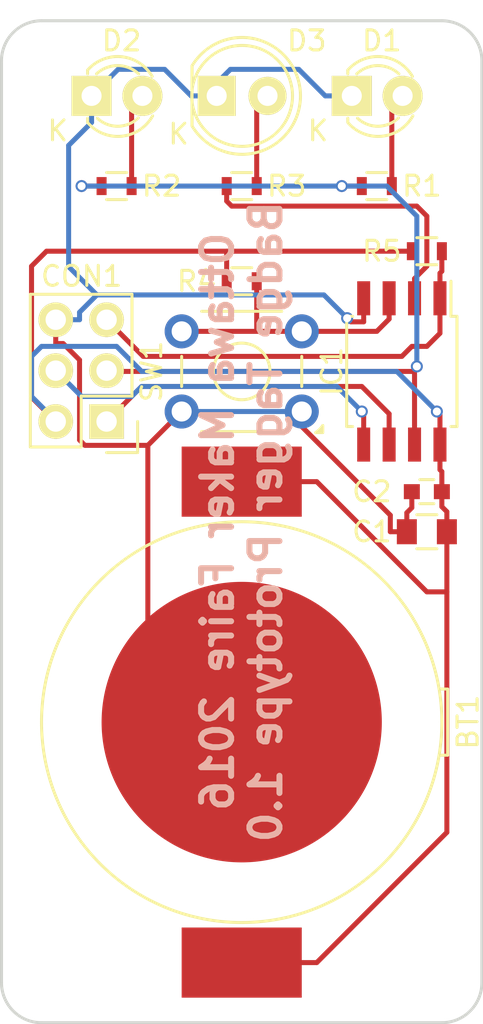
<source format=kicad_pcb>
(kicad_pcb (version 20171130) (host pcbnew "(5.1.12)-1")

  (general
    (thickness 1.6)
    (drawings 9)
    (tracks 123)
    (zones 0)
    (modules 14)
    (nets 12)
  )

  (page USLetter)
  (layers
    (0 F.Cu signal)
    (31 B.Cu signal)
    (32 B.Adhes user hide)
    (33 F.Adhes user hide)
    (34 B.Paste user hide)
    (35 F.Paste user hide)
    (36 B.SilkS user)
    (37 F.SilkS user hide)
    (38 B.Mask user)
    (39 F.Mask user)
    (40 Dwgs.User user)
    (41 Cmts.User user)
    (42 Eco1.User user)
    (43 Eco2.User user)
    (44 Edge.Cuts user)
    (45 Margin user)
    (46 B.CrtYd user)
    (47 F.CrtYd user)
    (48 B.Fab user)
    (49 F.Fab user)
  )

  (setup
    (last_trace_width 0.25)
    (trace_clearance 0.2)
    (zone_clearance 0.2038)
    (zone_45_only no)
    (trace_min 0.2)
    (via_size 0.6)
    (via_drill 0.4)
    (via_min_size 0.4)
    (via_min_drill 0.3)
    (uvia_size 0.3)
    (uvia_drill 0.1)
    (uvias_allowed no)
    (uvia_min_size 0.2)
    (uvia_min_drill 0.1)
    (edge_width 0.15)
    (segment_width 0.2)
    (pcb_text_width 0.3)
    (pcb_text_size 1.5 1.5)
    (mod_edge_width 0.15)
    (mod_text_size 1 1)
    (mod_text_width 0.15)
    (pad_size 1.524 1.524)
    (pad_drill 0.762)
    (pad_to_mask_clearance 0.15)
    (aux_axis_origin 0 0)
    (visible_elements 7FFFFFFF)
    (pcbplotparams
      (layerselection 0x010f8_80000001)
      (usegerberextensions true)
      (usegerberattributes true)
      (usegerberadvancedattributes true)
      (creategerberjobfile true)
      (excludeedgelayer true)
      (linewidth 0.100000)
      (plotframeref false)
      (viasonmask false)
      (mode 1)
      (useauxorigin false)
      (hpglpennumber 1)
      (hpglpenspeed 20)
      (hpglpendiameter 15.000000)
      (psnegative false)
      (psa4output false)
      (plotreference true)
      (plotvalue true)
      (plotinvisibletext false)
      (padsonsilk false)
      (subtractmaskfromsilk true)
      (outputformat 1)
      (mirror false)
      (drillshape 0)
      (scaleselection 1)
      (outputdirectory "cam/"))
  )

  (net 0 "")
  (net 1 +3V3)
  (net 2 GND)
  (net 3 /MISO)
  (net 4 /MOSI)
  (net 5 /RESET)
  (net 6 "Net-(D1-Pad2)")
  (net 7 "Net-(D2-Pad2)")
  (net 8 "Net-(D3-Pad2)")
  (net 9 /IROUT)
  (net 10 /TRIGGER)
  (net 11 /SCK/ACT)

  (net_class Default "This is the default net class."
    (clearance 0.2)
    (trace_width 0.25)
    (via_dia 0.6)
    (via_drill 0.4)
    (uvia_dia 0.3)
    (uvia_drill 0.1)
    (add_net +3V3)
    (add_net /IROUT)
    (add_net /MISO)
    (add_net /MOSI)
    (add_net /RESET)
    (add_net /SCK/ACT)
    (add_net /TRIGGER)
    (add_net GND)
    (add_net "Net-(D1-Pad2)")
    (add_net "Net-(D2-Pad2)")
    (add_net "Net-(D3-Pad2)")
  )

  (module BadgeParts:CR2032-SHRAPNEL (layer F.Cu) (tedit 5768C8E2) (tstamp 57AA993A)
    (at 112 85 90)
    (path /57AA921C)
    (fp_text reference BT1 (at 0 11.303 90) (layer F.SilkS)
      (effects (font (size 1 1) (thickness 0.15)))
    )
    (fp_text value Battery (at 0 -0.5 90) (layer F.Fab) hide
      (effects (font (size 1 1) (thickness 0.15)))
    )
    (fp_circle (center 0 0) (end 10 0) (layer F.SilkS) (width 0.15))
    (fp_line (start 1.651 10.287) (end 1.651 9.906) (layer F.SilkS) (width 0.15))
    (fp_line (start -1.651 10.287) (end 1.651 10.287) (layer F.SilkS) (width 0.15))
    (fp_line (start -1.651 9.906) (end -1.651 10.287) (layer F.SilkS) (width 0.15))
    (pad 1 smd rect (at -12 0 90) (size 3.5 6) (layers F.Cu F.Paste F.Mask)
      (net 1 +3V3))
    (pad 2 smd circle (at 0 0 90) (size 14 14) (layers F.Cu F.Paste F.Mask)
      (net 2 GND) (solder_mask_margin 3) (thermal_gap 3))
    (pad 1 smd rect (at 12 0 90) (size 3.5 6) (layers F.Cu F.Paste F.Mask)
      (net 1 +3V3))
  )

  (module Capacitors_SMD:C_0805 (layer F.Cu) (tedit 57AA9D6A) (tstamp 57AA9946)
    (at 121.25 75.5 180)
    (descr "Capacitor SMD 0805, reflow soldering, AVX (see smccp.pdf)")
    (tags "capacitor 0805")
    (path /57AA927A)
    (attr smd)
    (fp_text reference C1 (at 2.75 0 180) (layer F.SilkS)
      (effects (font (size 1 1) (thickness 0.15)))
    )
    (fp_text value 1u (at 0 2.1 180) (layer F.Fab)
      (effects (font (size 1 1) (thickness 0.15)))
    )
    (fp_line (start -0.5 0.85) (end 0.5 0.85) (layer F.SilkS) (width 0.15))
    (fp_line (start 0.5 -0.85) (end -0.5 -0.85) (layer F.SilkS) (width 0.15))
    (fp_line (start 1.8 -1) (end 1.8 1) (layer F.CrtYd) (width 0.05))
    (fp_line (start -1.8 -1) (end -1.8 1) (layer F.CrtYd) (width 0.05))
    (fp_line (start -1.8 1) (end 1.8 1) (layer F.CrtYd) (width 0.05))
    (fp_line (start -1.8 -1) (end 1.8 -1) (layer F.CrtYd) (width 0.05))
    (pad 1 smd rect (at -1 0 180) (size 1 1.25) (layers F.Cu F.Paste F.Mask)
      (net 1 +3V3))
    (pad 2 smd rect (at 1 0 180) (size 1 1.25) (layers F.Cu F.Paste F.Mask)
      (net 2 GND))
    (model Capacitors_SMD.3dshapes/C_0805.wrl
      (at (xyz 0 0 0))
      (scale (xyz 1 1 1))
      (rotate (xyz 0 0 0))
    )
  )

  (module Capacitors_SMD:C_0603 (layer F.Cu) (tedit 57AA9D64) (tstamp 57AA9952)
    (at 121.25 73.5 180)
    (descr "Capacitor SMD 0603, reflow soldering, AVX (see smccp.pdf)")
    (tags "capacitor 0603")
    (path /57AA932D)
    (attr smd)
    (fp_text reference C2 (at 2.75 0 180) (layer F.SilkS)
      (effects (font (size 1 1) (thickness 0.15)))
    )
    (fp_text value 100n (at 0 1.9 180) (layer F.Fab)
      (effects (font (size 1 1) (thickness 0.15)))
    )
    (fp_line (start 0.35 0.6) (end -0.35 0.6) (layer F.SilkS) (width 0.15))
    (fp_line (start -0.35 -0.6) (end 0.35 -0.6) (layer F.SilkS) (width 0.15))
    (fp_line (start 1.45 -0.75) (end 1.45 0.75) (layer F.CrtYd) (width 0.05))
    (fp_line (start -1.45 -0.75) (end -1.45 0.75) (layer F.CrtYd) (width 0.05))
    (fp_line (start -1.45 0.75) (end 1.45 0.75) (layer F.CrtYd) (width 0.05))
    (fp_line (start -1.45 -0.75) (end 1.45 -0.75) (layer F.CrtYd) (width 0.05))
    (pad 1 smd rect (at -0.75 0 180) (size 0.8 0.75) (layers F.Cu F.Paste F.Mask)
      (net 1 +3V3))
    (pad 2 smd rect (at 0.75 0 180) (size 0.8 0.75) (layers F.Cu F.Paste F.Mask)
      (net 2 GND))
    (model Capacitors_SMD.3dshapes/C_0603.wrl
      (at (xyz 0 0 0))
      (scale (xyz 1 1 1))
      (rotate (xyz 0 0 0))
    )
  )

  (module Pin_Headers:Pin_Header_Straight_2x03 (layer F.Cu) (tedit 57AA9D85) (tstamp 57AA9969)
    (at 105.25 70 180)
    (descr "Through hole pin header")
    (tags "pin header")
    (path /57AAA0A5)
    (fp_text reference CON1 (at 1.25 7.25 180) (layer F.SilkS)
      (effects (font (size 1 1) (thickness 0.15)))
    )
    (fp_text value AVR-ISP-6 (at 0 -3.1 180) (layer F.Fab)
      (effects (font (size 1 1) (thickness 0.15)))
    )
    (fp_line (start 3.81 1.27) (end 3.81 -1.27) (layer F.SilkS) (width 0.15))
    (fp_line (start 3.81 -1.27) (end 1.27 -1.27) (layer F.SilkS) (width 0.15))
    (fp_line (start -1.55 -1.55) (end -1.55 0) (layer F.SilkS) (width 0.15))
    (fp_line (start 3.81 6.35) (end 3.81 1.27) (layer F.SilkS) (width 0.15))
    (fp_line (start -1.27 6.35) (end 3.81 6.35) (layer F.SilkS) (width 0.15))
    (fp_line (start 1.27 1.27) (end -1.27 1.27) (layer F.SilkS) (width 0.15))
    (fp_line (start 1.27 -1.27) (end 1.27 1.27) (layer F.SilkS) (width 0.15))
    (fp_line (start -1.75 6.85) (end 4.3 6.85) (layer F.CrtYd) (width 0.05))
    (fp_line (start -1.75 -1.75) (end 4.3 -1.75) (layer F.CrtYd) (width 0.05))
    (fp_line (start 4.3 -1.75) (end 4.3 6.85) (layer F.CrtYd) (width 0.05))
    (fp_line (start -1.75 -1.75) (end -1.75 6.85) (layer F.CrtYd) (width 0.05))
    (fp_line (start -1.55 -1.55) (end 0 -1.55) (layer F.SilkS) (width 0.15))
    (fp_line (start -1.27 1.27) (end -1.27 6.35) (layer F.SilkS) (width 0.15))
    (pad 1 thru_hole rect (at 0 0 180) (size 1.7272 1.7272) (drill 1.016) (layers *.Cu *.Mask F.SilkS)
      (net 3 /MISO))
    (pad 2 thru_hole oval (at 2.54 0 180) (size 1.7272 1.7272) (drill 1.016) (layers *.Cu *.Mask F.SilkS)
      (net 1 +3V3))
    (pad 3 thru_hole oval (at 0 2.54 180) (size 1.7272 1.7272) (drill 1.016) (layers *.Cu *.Mask F.SilkS)
      (net 11 /SCK/ACT))
    (pad 4 thru_hole oval (at 2.54 2.54 180) (size 1.7272 1.7272) (drill 1.016) (layers *.Cu *.Mask F.SilkS)
      (net 4 /MOSI))
    (pad 5 thru_hole oval (at 0 5.08 180) (size 1.7272 1.7272) (drill 1.016) (layers *.Cu *.Mask F.SilkS)
      (net 5 /RESET))
    (pad 6 thru_hole oval (at 2.54 5.08 180) (size 1.7272 1.7272) (drill 1.016) (layers *.Cu *.Mask F.SilkS)
      (net 2 GND))
    (model Pin_Headers.3dshapes/Pin_Header_Straight_2x03.wrl
      (offset (xyz 1.269999980926514 -2.539999961853027 0))
      (scale (xyz 1 1 1))
      (rotate (xyz 0 0 90))
    )
  )

  (module LEDs:LED-3MM (layer F.Cu) (tedit 57AA9D99) (tstamp 57AA997A)
    (at 117.5 53.75)
    (descr "LED 3mm round vertical")
    (tags "LED  3mm round vertical")
    (path /57AA9696)
    (fp_text reference D1 (at 1.5 -2.75) (layer F.SilkS)
      (effects (font (size 1 1) (thickness 0.15)))
    )
    (fp_text value LED (at 1.3 -2.9) (layer F.Fab)
      (effects (font (size 1 1) (thickness 0.15)))
    )
    (fp_line (start -0.199 -1.28) (end -0.199 -1.1) (layer F.SilkS) (width 0.15))
    (fp_line (start -0.199 1.314) (end -0.199 1.114) (layer F.SilkS) (width 0.15))
    (fp_line (start -1.2 -2.2) (end -1.2 2.3) (layer F.CrtYd) (width 0.05))
    (fp_line (start 3.8 -2.2) (end -1.2 -2.2) (layer F.CrtYd) (width 0.05))
    (fp_line (start 3.8 2.3) (end 3.8 -2.2) (layer F.CrtYd) (width 0.05))
    (fp_line (start -1.2 2.3) (end 3.8 2.3) (layer F.CrtYd) (width 0.05))
    (fp_text user K (at -1.69 1.74) (layer F.SilkS)
      (effects (font (size 1 1) (thickness 0.15)))
    )
    (fp_arc (start 1.301 0.034) (end -0.199 -1.286) (angle 108.5) (layer F.SilkS) (width 0.15))
    (fp_arc (start 1.301 0.034) (end 0.25 -1.1) (angle 85.7) (layer F.SilkS) (width 0.15))
    (fp_arc (start 1.311 0.034) (end 3.051 0.994) (angle 110) (layer F.SilkS) (width 0.15))
    (fp_arc (start 1.301 0.034) (end 2.335 1.094) (angle 87.5) (layer F.SilkS) (width 0.15))
    (pad 1 thru_hole rect (at 0 0 90) (size 2 2) (drill 1.00076) (layers *.Cu *.Mask F.SilkS)
      (net 2 GND))
    (pad 2 thru_hole circle (at 2.54 0) (size 2 2) (drill 1.00076) (layers *.Cu *.Mask F.SilkS)
      (net 6 "Net-(D1-Pad2)"))
    (model LEDs.3dshapes/LED-3MM.wrl
      (offset (xyz 1.269999980926514 0 0))
      (scale (xyz 1 1 1))
      (rotate (xyz 0 0 90))
    )
  )

  (module LEDs:LED-3MM (layer F.Cu) (tedit 57AA9D9F) (tstamp 57AA998B)
    (at 104.5 53.75)
    (descr "LED 3mm round vertical")
    (tags "LED  3mm round vertical")
    (path /57AA9744)
    (fp_text reference D2 (at 1.5 -2.75) (layer F.SilkS)
      (effects (font (size 1 1) (thickness 0.15)))
    )
    (fp_text value LED (at 1.3 -2.9) (layer F.Fab)
      (effects (font (size 1 1) (thickness 0.15)))
    )
    (fp_line (start -0.199 -1.28) (end -0.199 -1.1) (layer F.SilkS) (width 0.15))
    (fp_line (start -0.199 1.314) (end -0.199 1.114) (layer F.SilkS) (width 0.15))
    (fp_line (start -1.2 -2.2) (end -1.2 2.3) (layer F.CrtYd) (width 0.05))
    (fp_line (start 3.8 -2.2) (end -1.2 -2.2) (layer F.CrtYd) (width 0.05))
    (fp_line (start 3.8 2.3) (end 3.8 -2.2) (layer F.CrtYd) (width 0.05))
    (fp_line (start -1.2 2.3) (end 3.8 2.3) (layer F.CrtYd) (width 0.05))
    (fp_text user K (at -1.69 1.74) (layer F.SilkS)
      (effects (font (size 1 1) (thickness 0.15)))
    )
    (fp_arc (start 1.301 0.034) (end -0.199 -1.286) (angle 108.5) (layer F.SilkS) (width 0.15))
    (fp_arc (start 1.301 0.034) (end 0.25 -1.1) (angle 85.7) (layer F.SilkS) (width 0.15))
    (fp_arc (start 1.311 0.034) (end 3.051 0.994) (angle 110) (layer F.SilkS) (width 0.15))
    (fp_arc (start 1.301 0.034) (end 2.335 1.094) (angle 87.5) (layer F.SilkS) (width 0.15))
    (pad 1 thru_hole rect (at 0 0 90) (size 2 2) (drill 1.00076) (layers *.Cu *.Mask F.SilkS)
      (net 2 GND))
    (pad 2 thru_hole circle (at 2.54 0) (size 2 2) (drill 1.00076) (layers *.Cu *.Mask F.SilkS)
      (net 7 "Net-(D2-Pad2)"))
    (model LEDs.3dshapes/LED-3MM.wrl
      (offset (xyz 1.269999980926514 0 0))
      (scale (xyz 1 1 1))
      (rotate (xyz 0 0 90))
    )
  )

  (module LEDs:LED-5MM (layer F.Cu) (tedit 57AA9D8F) (tstamp 57AA9997)
    (at 110.75 53.75)
    (descr "LED 5mm round vertical")
    (tags "LED 5mm round vertical")
    (path /57AA976D)
    (fp_text reference D3 (at 4.5 -2.75) (layer F.SilkS)
      (effects (font (size 1 1) (thickness 0.15)))
    )
    (fp_text value LED (at 1.524 -3.937) (layer F.Fab)
      (effects (font (size 1 1) (thickness 0.15)))
    )
    (fp_circle (center 1.27 0) (end 0.97 -2.5) (layer F.SilkS) (width 0.15))
    (fp_line (start -1.23 1.5) (end -1.23 -1.5) (layer F.SilkS) (width 0.15))
    (fp_line (start -1.5 -1.55) (end -1.5 1.55) (layer F.CrtYd) (width 0.05))
    (fp_text user K (at -1.905 1.905) (layer F.SilkS)
      (effects (font (size 1 1) (thickness 0.15)))
    )
    (fp_arc (start 1.3 0) (end -1.5 1.55) (angle -302) (layer F.CrtYd) (width 0.05))
    (fp_arc (start 1.27 0) (end -1.23 -1.5) (angle 297.5) (layer F.SilkS) (width 0.15))
    (pad 1 thru_hole rect (at 0 0 90) (size 2 1.9) (drill 1.00076) (layers *.Cu *.Mask F.SilkS)
      (net 2 GND))
    (pad 2 thru_hole circle (at 2.54 0) (size 1.9 1.9) (drill 1.00076) (layers *.Cu *.Mask F.SilkS)
      (net 8 "Net-(D3-Pad2)"))
    (model LEDs.3dshapes/LED-5MM.wrl
      (offset (xyz 1.269999980926514 0 0))
      (scale (xyz 1 1 1))
      (rotate (xyz 0 0 90))
    )
  )

  (module Housings_SOIC:SOIJ-8_5.3x5.3mm_Pitch1.27mm (layer F.Cu) (tedit 57AA9D73) (tstamp 57AA99AE)
    (at 120 67.5 270)
    (descr "8-Lead Plastic Small Outline (SM) - Medium, 5.28 mm Body [SOIC] (see Microchip Packaging Specification 00000049BS.pdf)")
    (tags "SOIC 1.27")
    (path /57AA92D8)
    (attr smd)
    (fp_text reference IC1 (at 0 3.5 270) (layer F.SilkS)
      (effects (font (size 1 1) (thickness 0.15)))
    )
    (fp_text value ATTINY25-S (at 0 3.68 270) (layer F.Fab)
      (effects (font (size 1 1) (thickness 0.15)))
    )
    (fp_line (start -2.75 -2.455) (end -4.5 -2.455) (layer F.SilkS) (width 0.15))
    (fp_line (start -2.75 2.755) (end 2.75 2.755) (layer F.SilkS) (width 0.15))
    (fp_line (start -2.75 -2.755) (end 2.75 -2.755) (layer F.SilkS) (width 0.15))
    (fp_line (start -2.75 2.755) (end -2.75 2.455) (layer F.SilkS) (width 0.15))
    (fp_line (start 2.75 2.755) (end 2.75 2.455) (layer F.SilkS) (width 0.15))
    (fp_line (start 2.75 -2.755) (end 2.75 -2.455) (layer F.SilkS) (width 0.15))
    (fp_line (start -2.75 -2.755) (end -2.75 -2.455) (layer F.SilkS) (width 0.15))
    (fp_line (start -4.75 2.95) (end 4.75 2.95) (layer F.CrtYd) (width 0.05))
    (fp_line (start -4.75 -2.95) (end 4.75 -2.95) (layer F.CrtYd) (width 0.05))
    (fp_line (start 4.75 -2.95) (end 4.75 2.95) (layer F.CrtYd) (width 0.05))
    (fp_line (start -4.75 -2.95) (end -4.75 2.95) (layer F.CrtYd) (width 0.05))
    (pad 1 smd rect (at -3.65 -1.905 270) (size 1.7 0.65) (layers F.Cu F.Paste F.Mask)
      (net 5 /RESET))
    (pad 2 smd rect (at -3.65 -0.635 270) (size 1.7 0.65) (layers F.Cu F.Paste F.Mask)
      (net 9 /IROUT))
    (pad 3 smd rect (at -3.65 0.635 270) (size 1.7 0.65) (layers F.Cu F.Paste F.Mask)
      (net 10 /TRIGGER))
    (pad 4 smd rect (at -3.65 1.905 270) (size 1.7 0.65) (layers F.Cu F.Paste F.Mask)
      (net 2 GND))
    (pad 5 smd rect (at 3.65 1.905 270) (size 1.7 0.65) (layers F.Cu F.Paste F.Mask)
      (net 4 /MOSI))
    (pad 6 smd rect (at 3.65 0.635 270) (size 1.7 0.65) (layers F.Cu F.Paste F.Mask)
      (net 3 /MISO))
    (pad 7 smd rect (at 3.65 -0.635 270) (size 1.7 0.65) (layers F.Cu F.Paste F.Mask)
      (net 11 /SCK/ACT))
    (pad 8 smd rect (at 3.65 -1.905 270) (size 1.7 0.65) (layers F.Cu F.Paste F.Mask)
      (net 1 +3V3))
    (model Housings_SOIC.3dshapes/SOIJ-8_5.3x5.3mm_Pitch1.27mm.wrl
      (at (xyz 0 0 0))
      (scale (xyz 1 1 1))
      (rotate (xyz 0 0 0))
    )
  )

  (module Resistors_SMD:R_0603 (layer F.Cu) (tedit 57AA9D4F) (tstamp 57AA99BA)
    (at 118.75 58.25)
    (descr "Resistor SMD 0603, reflow soldering, Vishay (see dcrcw.pdf)")
    (tags "resistor 0603")
    (path /57AA97DF)
    (attr smd)
    (fp_text reference R1 (at 2.25 0) (layer F.SilkS)
      (effects (font (size 1 1) (thickness 0.15)))
    )
    (fp_text value 220 (at 0 1.9) (layer F.Fab)
      (effects (font (size 1 1) (thickness 0.15)))
    )
    (fp_line (start -0.5 -0.675) (end 0.5 -0.675) (layer F.SilkS) (width 0.15))
    (fp_line (start 0.5 0.675) (end -0.5 0.675) (layer F.SilkS) (width 0.15))
    (fp_line (start 1.3 -0.8) (end 1.3 0.8) (layer F.CrtYd) (width 0.05))
    (fp_line (start -1.3 -0.8) (end -1.3 0.8) (layer F.CrtYd) (width 0.05))
    (fp_line (start -1.3 0.8) (end 1.3 0.8) (layer F.CrtYd) (width 0.05))
    (fp_line (start -1.3 -0.8) (end 1.3 -0.8) (layer F.CrtYd) (width 0.05))
    (pad 1 smd rect (at -0.75 0) (size 0.5 0.9) (layers F.Cu F.Paste F.Mask)
      (net 11 /SCK/ACT))
    (pad 2 smd rect (at 0.75 0) (size 0.5 0.9) (layers F.Cu F.Paste F.Mask)
      (net 6 "Net-(D1-Pad2)"))
    (model Resistors_SMD.3dshapes/R_0603.wrl
      (at (xyz 0 0 0))
      (scale (xyz 1 1 1))
      (rotate (xyz 0 0 0))
    )
  )

  (module Resistors_SMD:R_0603 (layer F.Cu) (tedit 57AA9D45) (tstamp 57AA99C6)
    (at 105.75 58.25)
    (descr "Resistor SMD 0603, reflow soldering, Vishay (see dcrcw.pdf)")
    (tags "resistor 0603")
    (path /57AA985A)
    (attr smd)
    (fp_text reference R2 (at 2.25 0) (layer F.SilkS)
      (effects (font (size 1 1) (thickness 0.15)))
    )
    (fp_text value 220 (at 0 1.9) (layer F.Fab)
      (effects (font (size 1 1) (thickness 0.15)))
    )
    (fp_line (start -0.5 -0.675) (end 0.5 -0.675) (layer F.SilkS) (width 0.15))
    (fp_line (start 0.5 0.675) (end -0.5 0.675) (layer F.SilkS) (width 0.15))
    (fp_line (start 1.3 -0.8) (end 1.3 0.8) (layer F.CrtYd) (width 0.05))
    (fp_line (start -1.3 -0.8) (end -1.3 0.8) (layer F.CrtYd) (width 0.05))
    (fp_line (start -1.3 0.8) (end 1.3 0.8) (layer F.CrtYd) (width 0.05))
    (fp_line (start -1.3 -0.8) (end 1.3 -0.8) (layer F.CrtYd) (width 0.05))
    (pad 1 smd rect (at -0.75 0) (size 0.5 0.9) (layers F.Cu F.Paste F.Mask)
      (net 11 /SCK/ACT))
    (pad 2 smd rect (at 0.75 0) (size 0.5 0.9) (layers F.Cu F.Paste F.Mask)
      (net 7 "Net-(D2-Pad2)"))
    (model Resistors_SMD.3dshapes/R_0603.wrl
      (at (xyz 0 0 0))
      (scale (xyz 1 1 1))
      (rotate (xyz 0 0 0))
    )
  )

  (module Resistors_SMD:R_0603 (layer F.Cu) (tedit 57AA9D4A) (tstamp 57AA99D2)
    (at 112 58.25)
    (descr "Resistor SMD 0603, reflow soldering, Vishay (see dcrcw.pdf)")
    (tags "resistor 0603")
    (path /57AA9885)
    (attr smd)
    (fp_text reference R3 (at 2.25 0) (layer F.SilkS)
      (effects (font (size 1 1) (thickness 0.15)))
    )
    (fp_text value 220 (at 0 1.9) (layer F.Fab)
      (effects (font (size 1 1) (thickness 0.15)))
    )
    (fp_line (start -0.5 -0.675) (end 0.5 -0.675) (layer F.SilkS) (width 0.15))
    (fp_line (start 0.5 0.675) (end -0.5 0.675) (layer F.SilkS) (width 0.15))
    (fp_line (start 1.3 -0.8) (end 1.3 0.8) (layer F.CrtYd) (width 0.05))
    (fp_line (start -1.3 -0.8) (end -1.3 0.8) (layer F.CrtYd) (width 0.05))
    (fp_line (start -1.3 0.8) (end 1.3 0.8) (layer F.CrtYd) (width 0.05))
    (fp_line (start -1.3 -0.8) (end 1.3 -0.8) (layer F.CrtYd) (width 0.05))
    (pad 1 smd rect (at -0.75 0) (size 0.5 0.9) (layers F.Cu F.Paste F.Mask)
      (net 9 /IROUT))
    (pad 2 smd rect (at 0.75 0) (size 0.5 0.9) (layers F.Cu F.Paste F.Mask)
      (net 8 "Net-(D3-Pad2)"))
    (model Resistors_SMD.3dshapes/R_0603.wrl
      (at (xyz 0 0 0))
      (scale (xyz 1 1 1))
      (rotate (xyz 0 0 0))
    )
  )

  (module Resistors_SMD:R_0603 (layer F.Cu) (tedit 57AA9D59) (tstamp 57AA99DE)
    (at 112 63)
    (descr "Resistor SMD 0603, reflow soldering, Vishay (see dcrcw.pdf)")
    (tags "resistor 0603")
    (path /57AA9E41)
    (attr smd)
    (fp_text reference R4 (at -2.25 0) (layer F.SilkS)
      (effects (font (size 1 1) (thickness 0.15)))
    )
    (fp_text value 10K (at 0 1.9) (layer F.Fab)
      (effects (font (size 1 1) (thickness 0.15)))
    )
    (fp_line (start -0.5 -0.675) (end 0.5 -0.675) (layer F.SilkS) (width 0.15))
    (fp_line (start 0.5 0.675) (end -0.5 0.675) (layer F.SilkS) (width 0.15))
    (fp_line (start 1.3 -0.8) (end 1.3 0.8) (layer F.CrtYd) (width 0.05))
    (fp_line (start -1.3 -0.8) (end -1.3 0.8) (layer F.CrtYd) (width 0.05))
    (fp_line (start -1.3 0.8) (end 1.3 0.8) (layer F.CrtYd) (width 0.05))
    (fp_line (start -1.3 -0.8) (end 1.3 -0.8) (layer F.CrtYd) (width 0.05))
    (pad 1 smd rect (at -0.75 0) (size 0.5 0.9) (layers F.Cu F.Paste F.Mask)
      (net 1 +3V3))
    (pad 2 smd rect (at 0.75 0) (size 0.5 0.9) (layers F.Cu F.Paste F.Mask)
      (net 10 /TRIGGER))
    (model Resistors_SMD.3dshapes/R_0603.wrl
      (at (xyz 0 0 0))
      (scale (xyz 1 1 1))
      (rotate (xyz 0 0 0))
    )
  )

  (module Resistors_SMD:R_0603 (layer F.Cu) (tedit 57AA9D54) (tstamp 57AA99EA)
    (at 121.25 61.5)
    (descr "Resistor SMD 0603, reflow soldering, Vishay (see dcrcw.pdf)")
    (tags "resistor 0603")
    (path /57AAA638)
    (attr smd)
    (fp_text reference R5 (at -2.25 0) (layer F.SilkS)
      (effects (font (size 1 1) (thickness 0.15)))
    )
    (fp_text value 10K (at 0 1.9) (layer F.Fab)
      (effects (font (size 1 1) (thickness 0.15)))
    )
    (fp_line (start -0.5 -0.675) (end 0.5 -0.675) (layer F.SilkS) (width 0.15))
    (fp_line (start 0.5 0.675) (end -0.5 0.675) (layer F.SilkS) (width 0.15))
    (fp_line (start 1.3 -0.8) (end 1.3 0.8) (layer F.CrtYd) (width 0.05))
    (fp_line (start -1.3 -0.8) (end -1.3 0.8) (layer F.CrtYd) (width 0.05))
    (fp_line (start -1.3 0.8) (end 1.3 0.8) (layer F.CrtYd) (width 0.05))
    (fp_line (start -1.3 -0.8) (end 1.3 -0.8) (layer F.CrtYd) (width 0.05))
    (pad 1 smd rect (at -0.75 0) (size 0.5 0.9) (layers F.Cu F.Paste F.Mask)
      (net 1 +3V3))
    (pad 2 smd rect (at 0.75 0) (size 0.5 0.9) (layers F.Cu F.Paste F.Mask)
      (net 5 /RESET))
    (model Resistors_SMD.3dshapes/R_0603.wrl
      (at (xyz 0 0 0))
      (scale (xyz 1 1 1))
      (rotate (xyz 0 0 0))
    )
  )

  (module BadgeParts:SW_TH_Tactile_Omron_B3F-10xx (layer F.Cu) (tedit 57AA9D7D) (tstamp 57AA99F2)
    (at 115 69.5 180)
    (descr SW_TH_Tactile_Omron_B3F-10xx)
    (tags "Omron B3F-10xx")
    (path /57AA9C36)
    (fp_text reference SW1 (at 7.5 2 270) (layer F.SilkS)
      (effects (font (size 1 1) (thickness 0.15)))
    )
    (fp_text value SW_PUSH (at 2.95 -2.05 180) (layer F.Fab)
      (effects (font (size 1 1) (thickness 0.15)))
    )
    (fp_circle (center 3 2) (end 4 3) (layer F.SilkS) (width 0.1))
    (fp_circle (center 3 2) (end 4 3) (layer F.SilkS) (width 0.15))
    (fp_line (start 6 2) (end 6 2) (layer F.SilkS) (width 0.1))
    (fp_line (start 5 -1) (end 1 -1) (layer F.SilkS) (width 0.1))
    (fp_line (start 5 5) (end 1 5) (layer F.SilkS) (width 0.1))
    (fp_line (start 0 2) (end 0 2) (layer F.SilkS) (width 0.1))
    (fp_line (start 6 1.25) (end 6 2.75) (layer F.SilkS) (width 0.15))
    (fp_line (start 0 2.75) (end 0 1.25) (layer F.SilkS) (width 0.15))
    (fp_line (start 1 -1) (end 5 -1) (layer F.SilkS) (width 0.15))
    (fp_line (start 1 5) (end 5 5) (layer F.SilkS) (width 0.15))
    (fp_line (start -1.15 0) (end -1.15 -1.15) (layer F.CrtYd) (width 0.05))
    (fp_line (start -1.15 -1.15) (end 0.45 -1.15) (layer F.CrtYd) (width 0.05))
    (fp_line (start -1.15 0) (end -1.15 5.15) (layer F.CrtYd) (width 0.05))
    (fp_line (start -1.15 5.15) (end 7.15 5.15) (layer F.CrtYd) (width 0.05))
    (fp_line (start 7.15 5.15) (end 7.15 -1.15) (layer F.CrtYd) (width 0.05))
    (fp_line (start 7.15 -1.15) (end 0.45 -1.15) (layer F.CrtYd) (width 0.05))
    (fp_line (start -1.05 -1.05) (end -1.05 -0.7) (layer F.SilkS) (width 0.15))
    (fp_line (start -1.05 -1.05) (end -0.7 -1.05) (layer F.SilkS) (width 0.15))
    (fp_line (start -0.95 -1) (end -0.95 -0.9) (layer F.SilkS) (width 0.15))
    (fp_arc (start 0 0) (end -1.05 -0.7) (angle 22.61986495) (layer F.SilkS) (width 0.15))
    (pad 2 thru_hole circle (at 6 4 180) (size 1.7 1.7) (drill 1) (layers *.Cu *.Mask)
      (net 10 /TRIGGER))
    (pad 2 thru_hole circle (at 0 4 180) (size 1.7 1.7) (drill 1) (layers *.Cu *.Mask)
      (net 10 /TRIGGER))
    (pad 1 thru_hole circle (at 6 0 180) (size 1.7 1.7) (drill 1) (layers *.Cu *.Mask)
      (net 2 GND))
    (pad 1 thru_hole circle (at 0 0 180) (size 1.7 1.7) (drill 1) (layers *.Cu *.Mask)
      (net 2 GND))
  )

  (gr_text "Ottawa Maker Faire 2016\nBadge Tagger Prototype 1.0" (at 112 75 90) (layer B.SilkS)
    (effects (font (size 1.5 1.5) (thickness 0.3)) (justify mirror))
  )
  (gr_arc (start 122 52) (end 122 50) (angle 90) (layer Edge.Cuts) (width 0.15))
  (gr_arc (start 122 98) (end 124 98) (angle 90) (layer Edge.Cuts) (width 0.15))
  (gr_arc (start 102 98) (end 102 100) (angle 90) (layer Edge.Cuts) (width 0.15))
  (gr_arc (start 102 52) (end 100 52) (angle 90) (layer Edge.Cuts) (width 0.15))
  (gr_line (start 122 50) (end 102 50) (angle 90) (layer Edge.Cuts) (width 0.15))
  (gr_line (start 124 98) (end 124 52) (angle 90) (layer Edge.Cuts) (width 0.15))
  (gr_line (start 102 100) (end 122 100) (angle 90) (layer Edge.Cuts) (width 0.15))
  (gr_line (start 100 52) (end 100 98) (angle 90) (layer Edge.Cuts) (width 0.15))

  (segment (start 111.25 61.5) (end 102.25 61.5) (width 0.25) (layer F.Cu) (net 1))
  (segment (start 102.25 61.5) (end 101.5 62.25) (width 0.25) (layer F.Cu) (net 1))
  (segment (start 101.5 62.25) (end 101.5 68.79) (width 0.25) (layer F.Cu) (net 1))
  (segment (start 101.5 68.79) (end 102.71 70) (width 0.25) (layer F.Cu) (net 1))
  (segment (start 120.5 61.5) (end 111.25 61.5) (width 0.25) (layer F.Cu) (net 1))
  (segment (start 111.25 63) (end 111.25 61.5) (width 0.25) (layer F.Cu) (net 1))
  (segment (start 102.71 70) (end 102.71 69.96) (width 0.25) (layer B.Cu) (net 1))
  (segment (start 102.71 69.96) (end 101.5 68.75) (width 0.25) (layer B.Cu) (net 1))
  (segment (start 101.5 68.75) (end 101.5 66.75) (width 0.25) (layer B.Cu) (net 1))
  (segment (start 101.5 66.75) (end 102 66.25) (width 0.25) (layer B.Cu) (net 1))
  (segment (start 102 66.25) (end 105.75 66.25) (width 0.25) (layer B.Cu) (net 1))
  (segment (start 105.75 66.25) (end 107 67.5) (width 0.25) (layer B.Cu) (net 1))
  (segment (start 107 67.5) (end 119.75 67.5) (width 0.25) (layer B.Cu) (net 1))
  (segment (start 119.75 67.5) (end 121.75 69.5) (width 0.25) (layer B.Cu) (net 1))
  (segment (start 121.75 69.5) (end 121.905 69.655) (width 0.25) (layer F.Cu) (net 1))
  (segment (start 121.905 69.655) (end 121.905 71.15) (width 0.25) (layer F.Cu) (net 1))
  (segment (start 121.905 71.15) (end 121.905 72.405) (width 0.25) (layer F.Cu) (net 1))
  (segment (start 121.905 72.405) (end 122 72.5) (width 0.25) (layer F.Cu) (net 1))
  (segment (start 122 72.5) (end 122 73.5) (width 0.25) (layer F.Cu) (net 1))
  (segment (start 122 73.5) (end 122 74.25) (width 0.25) (layer F.Cu) (net 1))
  (segment (start 122 74.25) (end 122.25 74.5) (width 0.25) (layer F.Cu) (net 1))
  (segment (start 122.25 74.5) (end 122.25 75.5) (width 0.25) (layer F.Cu) (net 1))
  (segment (start 112 73) (end 115.75 73) (width 0.25) (layer F.Cu) (net 1))
  (segment (start 115.75 73) (end 121.25 78.5) (width 0.25) (layer F.Cu) (net 1))
  (segment (start 121.25 78.5) (end 122.25 78.5) (width 0.25) (layer F.Cu) (net 1))
  (segment (start 122.25 78.5) (end 122.25 75.5) (width 0.25) (layer F.Cu) (net 1))
  (segment (start 122.25 78.5) (end 122.25 90.5) (width 0.25) (layer F.Cu) (net 1))
  (segment (start 122.25 90.5) (end 115.75 97) (width 0.25) (layer F.Cu) (net 1))
  (segment (start 115.75 97) (end 112 97) (width 0.25) (layer F.Cu) (net 1))
  (via (at 121.75 69.5) (size 0.6) (layers F.Cu B.Cu) (net 1))
  (segment (start 107.3112 71.1888) (end 109 69.5) (width 0.25) (layer F.Cu) (net 2))
  (segment (start 102.71 66.1087) (end 103.0816 66.1087) (width 0.25) (layer F.Cu) (net 2))
  (segment (start 103.0816 66.1087) (end 103.8987 66.9258) (width 0.25) (layer F.Cu) (net 2))
  (segment (start 103.8987 66.9258) (end 103.8987 70.9212) (width 0.25) (layer F.Cu) (net 2))
  (segment (start 103.8987 70.9212) (end 104.1663 71.1888) (width 0.25) (layer F.Cu) (net 2))
  (segment (start 104.1663 71.1888) (end 107.3112 71.1888) (width 0.25) (layer F.Cu) (net 2))
  (segment (start 107.3112 71.1888) (end 107.3112 80.3112) (width 0.25) (layer F.Cu) (net 2))
  (segment (start 107.3112 80.3112) (end 112 85) (width 0.25) (layer F.Cu) (net 2))
  (segment (start 120.25 75.5) (end 120.25 74.5499) (width 0.25) (layer F.Cu) (net 2))
  (segment (start 120.5 73.5) (end 120.5 74.2999) (width 0.25) (layer F.Cu) (net 2))
  (segment (start 120.5 74.2999) (end 120.25 74.5499) (width 0.25) (layer F.Cu) (net 2))
  (segment (start 102.71 64.92) (end 102.71 66.1087) (width 0.25) (layer F.Cu) (net 2))
  (segment (start 104.5 53.75) (end 104.5 55.0751) (width 0.25) (layer B.Cu) (net 2))
  (segment (start 104.7646 63.6826) (end 116.1091 63.6826) (width 0.25) (layer B.Cu) (net 2))
  (segment (start 116.1091 63.6826) (end 117.268 64.8415) (width 0.25) (layer B.Cu) (net 2))
  (segment (start 103.8987 64.92) (end 103.8987 64.5485) (width 0.25) (layer B.Cu) (net 2))
  (segment (start 103.8987 64.5485) (end 104.7646 63.6826) (width 0.25) (layer B.Cu) (net 2))
  (segment (start 104.5 55.0751) (end 103.3536 56.2215) (width 0.25) (layer B.Cu) (net 2))
  (segment (start 103.3536 56.2215) (end 103.3536 62.2716) (width 0.25) (layer B.Cu) (net 2))
  (segment (start 103.3536 62.2716) (end 104.7646 63.6826) (width 0.25) (layer B.Cu) (net 2))
  (segment (start 109.4749 53.75) (end 108.1488 52.4239) (width 0.25) (layer B.Cu) (net 2))
  (segment (start 108.1488 52.4239) (end 105.8261 52.4239) (width 0.25) (layer B.Cu) (net 2))
  (segment (start 105.8261 52.4239) (end 104.5 53.75) (width 0.25) (layer B.Cu) (net 2))
  (segment (start 117.5 53.75) (end 116.1749 53.75) (width 0.25) (layer B.Cu) (net 2))
  (segment (start 110.1125 53.75) (end 111.4376 52.4249) (width 0.25) (layer B.Cu) (net 2))
  (segment (start 111.4376 52.4249) (end 114.8498 52.4249) (width 0.25) (layer B.Cu) (net 2))
  (segment (start 114.8498 52.4249) (end 116.1749 53.75) (width 0.25) (layer B.Cu) (net 2))
  (segment (start 110.1125 53.75) (end 109.4749 53.75) (width 0.25) (layer B.Cu) (net 2))
  (segment (start 110.75 53.75) (end 110.1125 53.75) (width 0.25) (layer B.Cu) (net 2))
  (segment (start 118.095 65.0251) (end 117.4516 65.0251) (width 0.25) (layer F.Cu) (net 2))
  (segment (start 117.4516 65.0251) (end 117.268 64.8415) (width 0.25) (layer F.Cu) (net 2))
  (segment (start 102.71 64.92) (end 103.8987 64.92) (width 0.25) (layer B.Cu) (net 2))
  (segment (start 118.095 63.85) (end 118.095 65.0251) (width 0.25) (layer F.Cu) (net 2))
  (segment (start 109 69.5) (end 115 69.5) (width 0.25) (layer B.Cu) (net 2))
  (segment (start 120.25 75.5) (end 119.4249 75.5) (width 0.25) (layer F.Cu) (net 2))
  (segment (start 115 69.5) (end 115 70.25) (width 0.25) (layer F.Cu) (net 2))
  (segment (start 115 70.25) (end 119.4249 74.6749) (width 0.25) (layer F.Cu) (net 2))
  (segment (start 119.4249 74.6749) (end 119.4249 75.5) (width 0.25) (layer F.Cu) (net 2))
  (via (at 117.268 64.8415) (size 0.6) (layers F.Cu B.Cu) (net 2))
  (segment (start 105.25 70) (end 107 68.25) (width 0.25) (layer F.Cu) (net 3))
  (segment (start 107 68.25) (end 118 68.25) (width 0.25) (layer F.Cu) (net 3))
  (segment (start 118 68.25) (end 119.365 69.615) (width 0.25) (layer F.Cu) (net 3))
  (segment (start 119.365 69.615) (end 119.365 71.15) (width 0.25) (layer F.Cu) (net 3))
  (segment (start 102.71 67.46) (end 104 68.75) (width 0.25) (layer B.Cu) (net 4))
  (segment (start 104 68.75) (end 106.5 68.75) (width 0.25) (layer B.Cu) (net 4))
  (segment (start 106.5 68.75) (end 107 68.25) (width 0.25) (layer B.Cu) (net 4))
  (segment (start 107 68.25) (end 116.75 68.25) (width 0.25) (layer B.Cu) (net 4))
  (segment (start 116.75 68.25) (end 118 69.5) (width 0.25) (layer B.Cu) (net 4))
  (segment (start 118 69.5) (end 118.095 69.595) (width 0.25) (layer F.Cu) (net 4))
  (segment (start 118.095 69.595) (end 118.095 71.15) (width 0.25) (layer F.Cu) (net 4))
  (via (at 118 69.5) (size 0.6) (layers F.Cu B.Cu) (net 4))
  (segment (start 121.905 63.85) (end 121.905 62.595) (width 0.25) (layer F.Cu) (net 5))
  (segment (start 121.905 62.595) (end 122 62.5) (width 0.25) (layer F.Cu) (net 5))
  (segment (start 122 62.5) (end 122 61.5) (width 0.25) (layer F.Cu) (net 5))
  (segment (start 105.25 64.92) (end 107.08 66.75) (width 0.25) (layer F.Cu) (net 5))
  (segment (start 107.08 66.75) (end 120 66.75) (width 0.25) (layer F.Cu) (net 5))
  (segment (start 120 66.75) (end 120.5 66.25) (width 0.25) (layer F.Cu) (net 5))
  (segment (start 120.5 66.25) (end 121.25 66.25) (width 0.25) (layer F.Cu) (net 5))
  (segment (start 121.25 66.25) (end 121.905 65.595) (width 0.25) (layer F.Cu) (net 5))
  (segment (start 121.905 65.595) (end 121.905 63.85) (width 0.25) (layer F.Cu) (net 5))
  (segment (start 119.5 58.25) (end 119.5 54.29) (width 0.25) (layer F.Cu) (net 6))
  (segment (start 119.5 54.29) (end 120.04 53.75) (width 0.25) (layer F.Cu) (net 6))
  (segment (start 106.5 58.25) (end 106.5 54.29) (width 0.25) (layer F.Cu) (net 7))
  (segment (start 106.5 54.29) (end 107.04 53.75) (width 0.25) (layer F.Cu) (net 7))
  (segment (start 112.75 58.25) (end 112.75 54.29) (width 0.25) (layer F.Cu) (net 8))
  (segment (start 112.75 54.29) (end 113.29 53.75) (width 0.25) (layer F.Cu) (net 8))
  (segment (start 120.635 63.85) (end 120.635 62.865) (width 0.25) (layer F.Cu) (net 9))
  (segment (start 120.635 62.865) (end 121.25 62.25) (width 0.25) (layer F.Cu) (net 9))
  (segment (start 121.25 62.25) (end 121.25 59.75) (width 0.25) (layer F.Cu) (net 9))
  (segment (start 121.25 59.75) (end 120.75 59.25) (width 0.25) (layer F.Cu) (net 9))
  (segment (start 120.75 59.25) (end 111.5 59.25) (width 0.25) (layer F.Cu) (net 9))
  (segment (start 111.5 59.25) (end 111.25 59) (width 0.25) (layer F.Cu) (net 9))
  (segment (start 111.25 59) (end 111.25 58.25) (width 0.25) (layer F.Cu) (net 9))
  (segment (start 112.75 65.5) (end 109 65.5) (width 0.25) (layer F.Cu) (net 10))
  (segment (start 115 65.5) (end 112.75 65.5) (width 0.25) (layer F.Cu) (net 10))
  (segment (start 115 65.5) (end 118.75 65.5) (width 0.25) (layer F.Cu) (net 10))
  (segment (start 118.75 65.5) (end 119.365 64.885) (width 0.25) (layer F.Cu) (net 10))
  (segment (start 119.365 64.885) (end 119.365 63.85) (width 0.25) (layer F.Cu) (net 10))
  (segment (start 112.75 63) (end 112.75 65.5) (width 0.25) (layer F.Cu) (net 10))
  (segment (start 117 58.25) (end 104 58.25) (width 0.25) (layer B.Cu) (net 11))
  (segment (start 104 58.25) (end 105 58.25) (width 0.25) (layer F.Cu) (net 11))
  (segment (start 118 58.25) (end 117 58.25) (width 0.25) (layer F.Cu) (net 11))
  (segment (start 120.635 71.15) (end 120.635 67.5) (width 0.25) (layer F.Cu) (net 11))
  (segment (start 120.635 67.5) (end 105.29 67.5) (width 0.25) (layer F.Cu) (net 11))
  (segment (start 105.29 67.5) (end 105.25 67.46) (width 0.25) (layer F.Cu) (net 11))
  (segment (start 117 58.25) (end 119.25 58.25) (width 0.25) (layer B.Cu) (net 11))
  (segment (start 119.25 58.25) (end 120.75 59.75) (width 0.25) (layer B.Cu) (net 11))
  (segment (start 120.75 59.75) (end 120.75 67.25) (width 0.25) (layer B.Cu) (net 11))
  (segment (start 120.75 67.25) (end 120.635 67.365) (width 0.25) (layer F.Cu) (net 11))
  (segment (start 120.635 67.365) (end 120.635 67.5) (width 0.25) (layer F.Cu) (net 11))
  (via (at 117 58.25) (size 0.6) (layers F.Cu B.Cu) (net 11))
  (via (at 104 58.25) (size 0.6) (layers F.Cu B.Cu) (net 11))
  (via (at 120.75 67.25) (size 0.6) (layers F.Cu B.Cu) (net 11))

)

</source>
